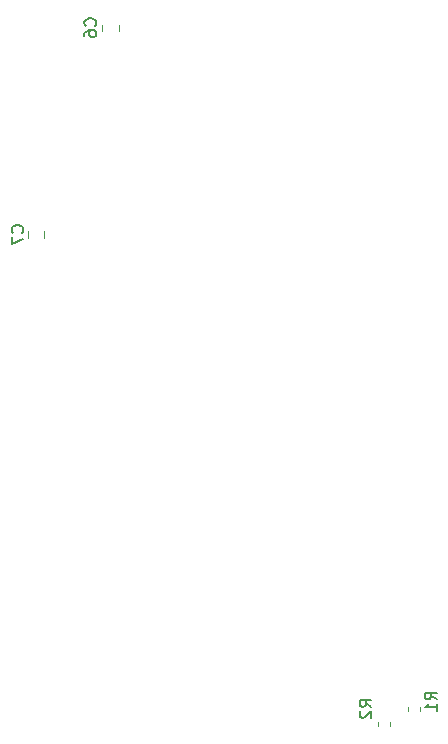
<source format=gbr>
G04 #@! TF.GenerationSoftware,KiCad,Pcbnew,5.1.6-c6e7f7d~87~ubuntu20.04.1*
G04 #@! TF.CreationDate,2020-08-12T13:54:09+03:00*
G04 #@! TF.ProjectId,LED_test,4c45445f-7465-4737-942e-6b696361645f,rev?*
G04 #@! TF.SameCoordinates,Original*
G04 #@! TF.FileFunction,Legend,Bot*
G04 #@! TF.FilePolarity,Positive*
%FSLAX46Y46*%
G04 Gerber Fmt 4.6, Leading zero omitted, Abs format (unit mm)*
G04 Created by KiCad (PCBNEW 5.1.6-c6e7f7d~87~ubuntu20.04.1) date 2020-08-12 13:54:09*
%MOMM*%
%LPD*%
G01*
G04 APERTURE LIST*
%ADD10C,0.120000*%
%ADD11C,0.150000*%
G04 APERTURE END LIST*
D10*
X123242000Y-91193252D02*
X123242000Y-90670748D01*
X124662000Y-91193252D02*
X124662000Y-90670748D01*
X129540000Y-73158748D02*
X129540000Y-73681252D01*
X130960000Y-73158748D02*
X130960000Y-73681252D01*
X155446000Y-130892733D02*
X155446000Y-131235267D01*
X156466000Y-130892733D02*
X156466000Y-131235267D01*
X152906000Y-132162733D02*
X152906000Y-132505267D01*
X153926000Y-132162733D02*
X153926000Y-132505267D01*
D11*
X122785142Y-90765333D02*
X122832761Y-90717714D01*
X122880380Y-90574857D01*
X122880380Y-90479619D01*
X122832761Y-90336761D01*
X122737523Y-90241523D01*
X122642285Y-90193904D01*
X122451809Y-90146285D01*
X122308952Y-90146285D01*
X122118476Y-90193904D01*
X122023238Y-90241523D01*
X121928000Y-90336761D01*
X121880380Y-90479619D01*
X121880380Y-90574857D01*
X121928000Y-90717714D01*
X121975619Y-90765333D01*
X121880380Y-91098666D02*
X121880380Y-91765333D01*
X122880380Y-91336761D01*
X128957142Y-73253333D02*
X129004761Y-73205714D01*
X129052380Y-73062857D01*
X129052380Y-72967619D01*
X129004761Y-72824761D01*
X128909523Y-72729523D01*
X128814285Y-72681904D01*
X128623809Y-72634285D01*
X128480952Y-72634285D01*
X128290476Y-72681904D01*
X128195238Y-72729523D01*
X128100000Y-72824761D01*
X128052380Y-72967619D01*
X128052380Y-73062857D01*
X128100000Y-73205714D01*
X128147619Y-73253333D01*
X128052380Y-74110476D02*
X128052380Y-73920000D01*
X128100000Y-73824761D01*
X128147619Y-73777142D01*
X128290476Y-73681904D01*
X128480952Y-73634285D01*
X128861904Y-73634285D01*
X128957142Y-73681904D01*
X129004761Y-73729523D01*
X129052380Y-73824761D01*
X129052380Y-74015238D01*
X129004761Y-74110476D01*
X128957142Y-74158095D01*
X128861904Y-74205714D01*
X128623809Y-74205714D01*
X128528571Y-74158095D01*
X128480952Y-74110476D01*
X128433333Y-74015238D01*
X128433333Y-73824761D01*
X128480952Y-73729523D01*
X128528571Y-73681904D01*
X128623809Y-73634285D01*
X157872380Y-130293333D02*
X157396190Y-129960000D01*
X157872380Y-129721904D02*
X156872380Y-129721904D01*
X156872380Y-130102857D01*
X156920000Y-130198095D01*
X156967619Y-130245714D01*
X157062857Y-130293333D01*
X157205714Y-130293333D01*
X157300952Y-130245714D01*
X157348571Y-130198095D01*
X157396190Y-130102857D01*
X157396190Y-129721904D01*
X157872380Y-131245714D02*
X157872380Y-130674285D01*
X157872380Y-130960000D02*
X156872380Y-130960000D01*
X157015238Y-130864761D01*
X157110476Y-130769523D01*
X157158095Y-130674285D01*
X152342380Y-130913333D02*
X151866190Y-130580000D01*
X152342380Y-130341904D02*
X151342380Y-130341904D01*
X151342380Y-130722857D01*
X151390000Y-130818095D01*
X151437619Y-130865714D01*
X151532857Y-130913333D01*
X151675714Y-130913333D01*
X151770952Y-130865714D01*
X151818571Y-130818095D01*
X151866190Y-130722857D01*
X151866190Y-130341904D01*
X151437619Y-131294285D02*
X151390000Y-131341904D01*
X151342380Y-131437142D01*
X151342380Y-131675238D01*
X151390000Y-131770476D01*
X151437619Y-131818095D01*
X151532857Y-131865714D01*
X151628095Y-131865714D01*
X151770952Y-131818095D01*
X152342380Y-131246666D01*
X152342380Y-131865714D01*
M02*

</source>
